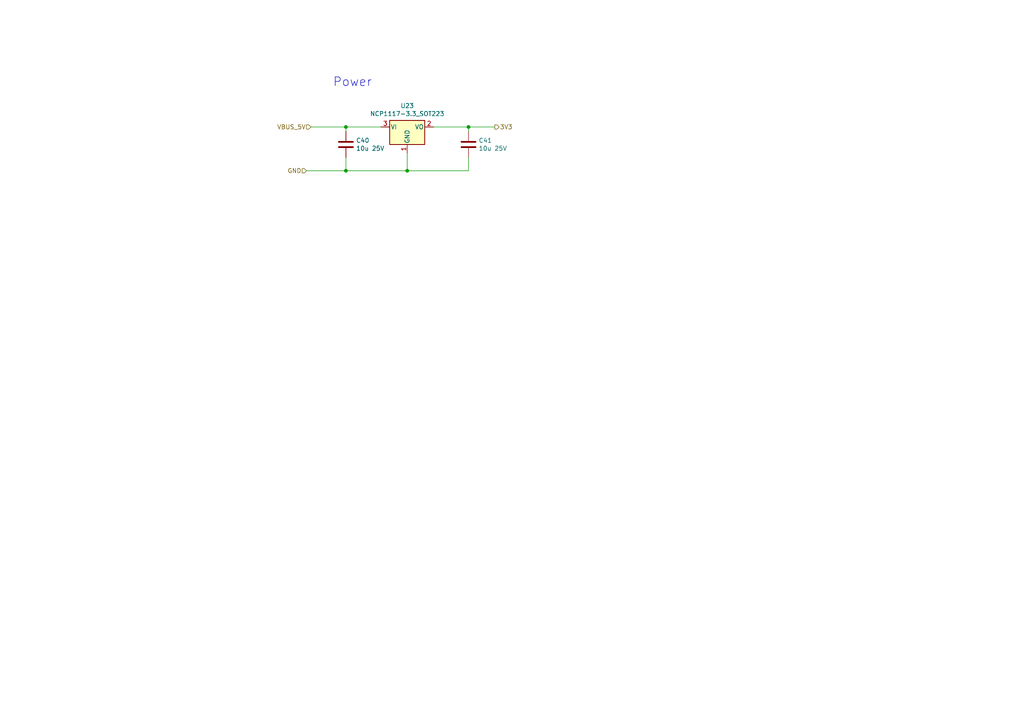
<source format=kicad_sch>
(kicad_sch (version 20211123) (generator eeschema)
  (paper "A4")
  (lib_symbols
    (symbol "Device:C" (pin_numbers hide) (pin_names (offset 0.254))
      (property "Reference" "C" (at 0.635 2.54 0))
      (property "Value" "C" (at 0.635 -2.54 0))
      (symbol "C_0_1"
        (polyline (pts (xy -2.032 -0.762) (xy 2.032 -0.762)) (stroke (width 0.508)))
        (polyline (pts (xy -2.032 0.762) (xy 2.032 0.762)) (stroke (width 0.508)))
      )
      (symbol "C_1_1"
        (pin passive line (at 0 3.81 270) (length 2.794) (name "~") (number "1"))
        (pin passive line (at 0 -3.81 90) (length 2.794) (name "~") (number "2"))
      )
    )
    (symbol "Regulator_Linear:NCP1117-3.3_SOT223" (pin_names (offset 0.254))
      (property "Reference" "U" (at -3.81 3.175 0))
      (property "Value" "NCP1117-3.3_SOT223" (at 0 3.175 0))
      (symbol "NCP1117-3.3_SOT223_0_1"
        (rectangle (start -5.08 -5.08) (end 5.08 1.905) (stroke (width 0.254)) (fill (type background)))
      )
      (symbol "NCP1117-3.3_SOT223_1_1"
        (pin power_in line (at 0 -7.62 90) (length 2.54) (name "GND") (number "1"))
        (pin power_out line (at 7.62 0 180) (length 2.54) (name "VO") (number "2"))
        (pin power_in line (at -7.62 0 0) (length 2.54) (name "VI") (number "3"))
      )
    )
  )
  (junction (at 100.33 49.53))
  (junction (at 100.33 36.83))
  (junction (at 135.89 36.83))
  (junction (at 118.11 49.53))
  (wire (pts (xy 110.49 36.83) (xy 100.33 36.83)))
  (wire (pts (xy 135.89 36.83) (xy 143.51 36.83)))
  (wire (pts (xy 100.33 45.72) (xy 100.33 49.53)))
  (wire (pts (xy 118.11 44.45) (xy 118.11 49.53)))
  (wire (pts (xy 118.11 49.53) (xy 135.89 49.53)))
  (wire (pts (xy 135.89 38.1) (xy 135.89 36.83)))
  (wire (pts (xy 135.89 45.72) (xy 135.89 49.53)))
  (wire (pts (xy 100.33 49.53) (xy 118.11 49.53)))
  (wire (pts (xy 100.33 38.1) (xy 100.33 36.83)))
  (wire (pts (xy 90.17 36.83) (xy 100.33 36.83)))
  (wire (pts (xy 125.73 36.83) (xy 135.89 36.83)))
  (wire (pts (xy 88.9 49.53) (xy 100.33 49.53)))
  (text "Power" (at 96.52 25.4 0) (effects (font (size 2.54 2.54)) (justify left bottom)))
  (hierarchical_label "VBUS_5V" (shape input) (at 90.17 36.83 180))
  (hierarchical_label "GND" (shape input) (at 88.9 49.53 180))
  (hierarchical_label "3V3" (shape output) (at 143.51 36.83 0))
  (symbol (lib_id "Device:C") (at 100.33 41.91 0) (unit 1)
    (property "Reference" "C40" (at 103.251 40.7416 0) (effects (justify left)))
    (property "Value" "10u 25V" (at 103.251 43.053 0) (effects (justify left)))
    (property "Footprint" "Capacitor_SMD:C_0805_2012Metric" (effects hide))
    (property "LCSC" "C15850" (effects hide))
  )
  (symbol (lib_id "Device:C") (at 135.89 41.91 0) (unit 1)
    (property "Reference" "C41" (at 138.811 40.7416 0) (effects (justify left)))
    (property "Value" "10u 25V" (at 138.811 43.053 0) (effects (justify left)))
    (property "Footprint" "Capacitor_SMD:C_0805_2012Metric" (effects hide))
    (property "LCSC" "C15850" (effects hide))
  )
  (symbol (lib_id "Regulator_Linear:NCP1117-3.3_SOT223") (at 118.11 36.83 0) (unit 1)
    (property "Reference" "U23" (at 118.11 30.6832 0))
    (property "Value" "NCP1117-3.3_SOT223" (at 118.11 32.9946 0))
    (property "Footprint" "Package_TO_SOT_SMD:SOT-223-3_TabPin2" (effects hide))
    (property "Datasheet" "http://www.onsemi.com/pub_link/Collateral/NCP1117-D.PDF" (effects hide))
    (property "LCSC" "C26537" (effects hide))
  )
)
</source>
